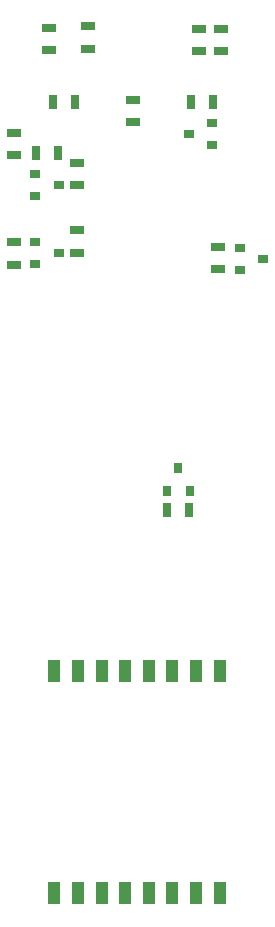
<source format=gtp>
G04 #@! TF.FileFunction,Paste,Top*
%FSLAX46Y46*%
G04 Gerber Fmt 4.6, Leading zero omitted, Abs format (unit mm)*
G04 Created by KiCad (PCBNEW 4.0.7) date 06/01/18 18:40:32*
%MOMM*%
%LPD*%
G01*
G04 APERTURE LIST*
%ADD10C,0.100000*%
%ADD11R,0.900000X0.800000*%
%ADD12R,0.800000X0.900000*%
%ADD13R,1.300000X0.700000*%
%ADD14R,0.700000X1.300000*%
%ADD15R,1.050000X1.950000*%
G04 APERTURE END LIST*
D10*
D11*
X29492000Y-59088000D03*
X29492000Y-60988000D03*
X31492000Y-60038000D03*
X46796000Y-59596000D03*
X46796000Y-61496000D03*
X48796000Y-60546000D03*
X44500000Y-50950000D03*
X44500000Y-49050000D03*
X42500000Y-50000000D03*
D12*
X40670000Y-80220000D03*
X42570000Y-80220000D03*
X41620000Y-78220000D03*
D11*
X29492000Y-53368000D03*
X29492000Y-55268000D03*
X31492000Y-54318000D03*
D13*
X33048000Y-60033000D03*
X33048000Y-58133000D03*
X27714000Y-61049000D03*
X27714000Y-59149000D03*
X44986000Y-61430000D03*
X44986000Y-59530000D03*
D14*
X44539000Y-47272000D03*
X42639000Y-47272000D03*
X42550000Y-81860000D03*
X40650000Y-81860000D03*
D13*
X33048000Y-54318000D03*
X33048000Y-52418000D03*
D14*
X31458000Y-51590000D03*
X29558000Y-51590000D03*
D13*
X27714000Y-49878000D03*
X27714000Y-51778000D03*
X43335000Y-41054000D03*
X43335000Y-42954000D03*
X45240000Y-42954000D03*
X45240000Y-41054000D03*
X33937000Y-40861000D03*
X33937000Y-42761000D03*
X37747000Y-47084000D03*
X37747000Y-48984000D03*
X30635000Y-40988000D03*
X30635000Y-42888000D03*
D15*
X45112000Y-95480000D03*
X43112000Y-95480000D03*
X41112000Y-95480000D03*
X39112000Y-95480000D03*
X37112000Y-95480000D03*
X35112000Y-95480000D03*
X33112000Y-95480000D03*
X31112000Y-95480000D03*
X31112000Y-114280000D03*
X33112000Y-114280000D03*
X35112000Y-114280000D03*
X37112000Y-114280000D03*
X39112000Y-114280000D03*
X41112000Y-114280000D03*
X43112000Y-114280000D03*
X45112000Y-114280000D03*
D14*
X30955000Y-47272000D03*
X32855000Y-47272000D03*
M02*

</source>
